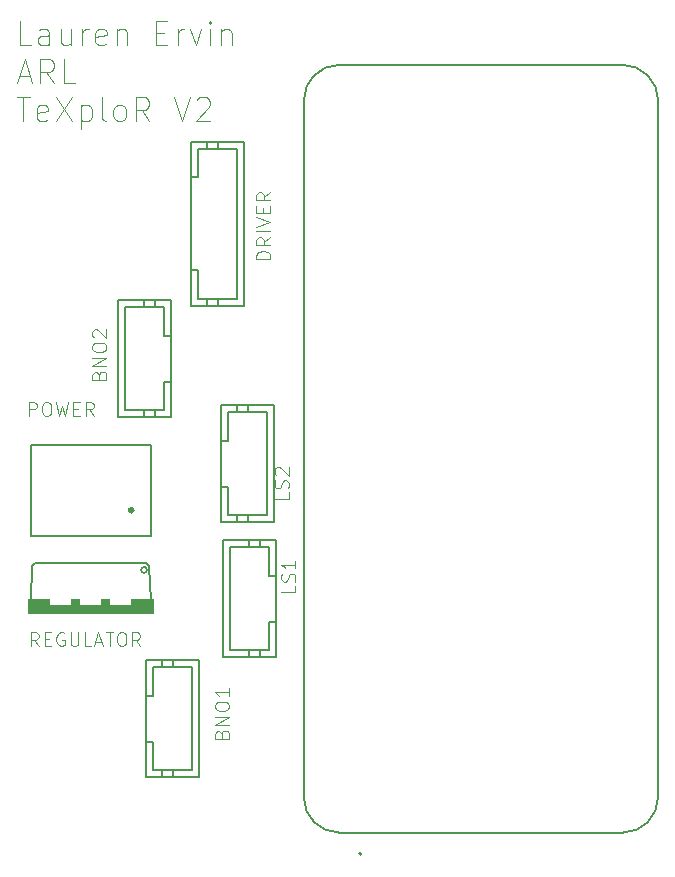
<source format=gbr>
%TF.GenerationSoftware,KiCad,Pcbnew,8.0.7*%
%TF.CreationDate,2025-04-14T16:04:07-05:00*%
%TF.ProjectId,TeXploRV2,54655870-6c6f-4525-9632-2e6b69636164,rev?*%
%TF.SameCoordinates,Original*%
%TF.FileFunction,Legend,Top*%
%TF.FilePolarity,Positive*%
%FSLAX46Y46*%
G04 Gerber Fmt 4.6, Leading zero omitted, Abs format (unit mm)*
G04 Created by KiCad (PCBNEW 8.0.7) date 2025-04-14 16:04:07*
%MOMM*%
%LPD*%
G01*
G04 APERTURE LIST*
%ADD10C,0.100000*%
%ADD11C,0.114300*%
%ADD12C,0.093472*%
%ADD13C,0.000000*%
%ADD14C,0.127000*%
%ADD15C,0.400000*%
%ADD16C,0.200000*%
G04 APERTURE END LIST*
D10*
X122494360Y-70810262D02*
X121541979Y-70810262D01*
X121541979Y-70810262D02*
X121541979Y-68810262D01*
X124018170Y-70810262D02*
X124018170Y-69762643D01*
X124018170Y-69762643D02*
X123922932Y-69572166D01*
X123922932Y-69572166D02*
X123732456Y-69476928D01*
X123732456Y-69476928D02*
X123351503Y-69476928D01*
X123351503Y-69476928D02*
X123161027Y-69572166D01*
X124018170Y-70715024D02*
X123827694Y-70810262D01*
X123827694Y-70810262D02*
X123351503Y-70810262D01*
X123351503Y-70810262D02*
X123161027Y-70715024D01*
X123161027Y-70715024D02*
X123065789Y-70524547D01*
X123065789Y-70524547D02*
X123065789Y-70334071D01*
X123065789Y-70334071D02*
X123161027Y-70143595D01*
X123161027Y-70143595D02*
X123351503Y-70048357D01*
X123351503Y-70048357D02*
X123827694Y-70048357D01*
X123827694Y-70048357D02*
X124018170Y-69953119D01*
X125827694Y-69476928D02*
X125827694Y-70810262D01*
X124970551Y-69476928D02*
X124970551Y-70524547D01*
X124970551Y-70524547D02*
X125065789Y-70715024D01*
X125065789Y-70715024D02*
X125256265Y-70810262D01*
X125256265Y-70810262D02*
X125541980Y-70810262D01*
X125541980Y-70810262D02*
X125732456Y-70715024D01*
X125732456Y-70715024D02*
X125827694Y-70619785D01*
X126780075Y-70810262D02*
X126780075Y-69476928D01*
X126780075Y-69857881D02*
X126875313Y-69667404D01*
X126875313Y-69667404D02*
X126970551Y-69572166D01*
X126970551Y-69572166D02*
X127161027Y-69476928D01*
X127161027Y-69476928D02*
X127351504Y-69476928D01*
X128780075Y-70715024D02*
X128589599Y-70810262D01*
X128589599Y-70810262D02*
X128208646Y-70810262D01*
X128208646Y-70810262D02*
X128018170Y-70715024D01*
X128018170Y-70715024D02*
X127922932Y-70524547D01*
X127922932Y-70524547D02*
X127922932Y-69762643D01*
X127922932Y-69762643D02*
X128018170Y-69572166D01*
X128018170Y-69572166D02*
X128208646Y-69476928D01*
X128208646Y-69476928D02*
X128589599Y-69476928D01*
X128589599Y-69476928D02*
X128780075Y-69572166D01*
X128780075Y-69572166D02*
X128875313Y-69762643D01*
X128875313Y-69762643D02*
X128875313Y-69953119D01*
X128875313Y-69953119D02*
X127922932Y-70143595D01*
X129732456Y-69476928D02*
X129732456Y-70810262D01*
X129732456Y-69667404D02*
X129827694Y-69572166D01*
X129827694Y-69572166D02*
X130018170Y-69476928D01*
X130018170Y-69476928D02*
X130303885Y-69476928D01*
X130303885Y-69476928D02*
X130494361Y-69572166D01*
X130494361Y-69572166D02*
X130589599Y-69762643D01*
X130589599Y-69762643D02*
X130589599Y-70810262D01*
X133065790Y-69762643D02*
X133732457Y-69762643D01*
X134018171Y-70810262D02*
X133065790Y-70810262D01*
X133065790Y-70810262D02*
X133065790Y-68810262D01*
X133065790Y-68810262D02*
X134018171Y-68810262D01*
X134875314Y-70810262D02*
X134875314Y-69476928D01*
X134875314Y-69857881D02*
X134970552Y-69667404D01*
X134970552Y-69667404D02*
X135065790Y-69572166D01*
X135065790Y-69572166D02*
X135256266Y-69476928D01*
X135256266Y-69476928D02*
X135446743Y-69476928D01*
X135922933Y-69476928D02*
X136399123Y-70810262D01*
X136399123Y-70810262D02*
X136875314Y-69476928D01*
X137637219Y-70810262D02*
X137637219Y-69476928D01*
X137637219Y-68810262D02*
X137541981Y-68905500D01*
X137541981Y-68905500D02*
X137637219Y-69000738D01*
X137637219Y-69000738D02*
X137732457Y-68905500D01*
X137732457Y-68905500D02*
X137637219Y-68810262D01*
X137637219Y-68810262D02*
X137637219Y-69000738D01*
X138589600Y-69476928D02*
X138589600Y-70810262D01*
X138589600Y-69667404D02*
X138684838Y-69572166D01*
X138684838Y-69572166D02*
X138875314Y-69476928D01*
X138875314Y-69476928D02*
X139161029Y-69476928D01*
X139161029Y-69476928D02*
X139351505Y-69572166D01*
X139351505Y-69572166D02*
X139446743Y-69762643D01*
X139446743Y-69762643D02*
X139446743Y-70810262D01*
X121446741Y-73458721D02*
X122399122Y-73458721D01*
X121256265Y-74030150D02*
X121922931Y-72030150D01*
X121922931Y-72030150D02*
X122589598Y-74030150D01*
X124399122Y-74030150D02*
X123732455Y-73077769D01*
X123256265Y-74030150D02*
X123256265Y-72030150D01*
X123256265Y-72030150D02*
X124018170Y-72030150D01*
X124018170Y-72030150D02*
X124208646Y-72125388D01*
X124208646Y-72125388D02*
X124303884Y-72220626D01*
X124303884Y-72220626D02*
X124399122Y-72411102D01*
X124399122Y-72411102D02*
X124399122Y-72696816D01*
X124399122Y-72696816D02*
X124303884Y-72887292D01*
X124303884Y-72887292D02*
X124208646Y-72982531D01*
X124208646Y-72982531D02*
X124018170Y-73077769D01*
X124018170Y-73077769D02*
X123256265Y-73077769D01*
X126208646Y-74030150D02*
X125256265Y-74030150D01*
X125256265Y-74030150D02*
X125256265Y-72030150D01*
X121256265Y-75250038D02*
X122399122Y-75250038D01*
X121827693Y-77250038D02*
X121827693Y-75250038D01*
X123827694Y-77154800D02*
X123637218Y-77250038D01*
X123637218Y-77250038D02*
X123256265Y-77250038D01*
X123256265Y-77250038D02*
X123065789Y-77154800D01*
X123065789Y-77154800D02*
X122970551Y-76964323D01*
X122970551Y-76964323D02*
X122970551Y-76202419D01*
X122970551Y-76202419D02*
X123065789Y-76011942D01*
X123065789Y-76011942D02*
X123256265Y-75916704D01*
X123256265Y-75916704D02*
X123637218Y-75916704D01*
X123637218Y-75916704D02*
X123827694Y-76011942D01*
X123827694Y-76011942D02*
X123922932Y-76202419D01*
X123922932Y-76202419D02*
X123922932Y-76392895D01*
X123922932Y-76392895D02*
X122970551Y-76583371D01*
X124589599Y-75250038D02*
X125922932Y-77250038D01*
X125922932Y-75250038D02*
X124589599Y-77250038D01*
X126684837Y-75916704D02*
X126684837Y-77916704D01*
X126684837Y-76011942D02*
X126875313Y-75916704D01*
X126875313Y-75916704D02*
X127256266Y-75916704D01*
X127256266Y-75916704D02*
X127446742Y-76011942D01*
X127446742Y-76011942D02*
X127541980Y-76107180D01*
X127541980Y-76107180D02*
X127637218Y-76297657D01*
X127637218Y-76297657D02*
X127637218Y-76869085D01*
X127637218Y-76869085D02*
X127541980Y-77059561D01*
X127541980Y-77059561D02*
X127446742Y-77154800D01*
X127446742Y-77154800D02*
X127256266Y-77250038D01*
X127256266Y-77250038D02*
X126875313Y-77250038D01*
X126875313Y-77250038D02*
X126684837Y-77154800D01*
X128780075Y-77250038D02*
X128589599Y-77154800D01*
X128589599Y-77154800D02*
X128494361Y-76964323D01*
X128494361Y-76964323D02*
X128494361Y-75250038D01*
X129827694Y-77250038D02*
X129637218Y-77154800D01*
X129637218Y-77154800D02*
X129541980Y-77059561D01*
X129541980Y-77059561D02*
X129446742Y-76869085D01*
X129446742Y-76869085D02*
X129446742Y-76297657D01*
X129446742Y-76297657D02*
X129541980Y-76107180D01*
X129541980Y-76107180D02*
X129637218Y-76011942D01*
X129637218Y-76011942D02*
X129827694Y-75916704D01*
X129827694Y-75916704D02*
X130113409Y-75916704D01*
X130113409Y-75916704D02*
X130303885Y-76011942D01*
X130303885Y-76011942D02*
X130399123Y-76107180D01*
X130399123Y-76107180D02*
X130494361Y-76297657D01*
X130494361Y-76297657D02*
X130494361Y-76869085D01*
X130494361Y-76869085D02*
X130399123Y-77059561D01*
X130399123Y-77059561D02*
X130303885Y-77154800D01*
X130303885Y-77154800D02*
X130113409Y-77250038D01*
X130113409Y-77250038D02*
X129827694Y-77250038D01*
X132494361Y-77250038D02*
X131827694Y-76297657D01*
X131351504Y-77250038D02*
X131351504Y-75250038D01*
X131351504Y-75250038D02*
X132113409Y-75250038D01*
X132113409Y-75250038D02*
X132303885Y-75345276D01*
X132303885Y-75345276D02*
X132399123Y-75440514D01*
X132399123Y-75440514D02*
X132494361Y-75630990D01*
X132494361Y-75630990D02*
X132494361Y-75916704D01*
X132494361Y-75916704D02*
X132399123Y-76107180D01*
X132399123Y-76107180D02*
X132303885Y-76202419D01*
X132303885Y-76202419D02*
X132113409Y-76297657D01*
X132113409Y-76297657D02*
X131351504Y-76297657D01*
X134589600Y-75250038D02*
X135256266Y-77250038D01*
X135256266Y-77250038D02*
X135922933Y-75250038D01*
X136494362Y-75440514D02*
X136589600Y-75345276D01*
X136589600Y-75345276D02*
X136780076Y-75250038D01*
X136780076Y-75250038D02*
X137256267Y-75250038D01*
X137256267Y-75250038D02*
X137446743Y-75345276D01*
X137446743Y-75345276D02*
X137541981Y-75440514D01*
X137541981Y-75440514D02*
X137637219Y-75630990D01*
X137637219Y-75630990D02*
X137637219Y-75821466D01*
X137637219Y-75821466D02*
X137541981Y-76107180D01*
X137541981Y-76107180D02*
X136399124Y-77250038D01*
X136399124Y-77250038D02*
X137637219Y-77250038D01*
D11*
X123119470Y-121704789D02*
X122734237Y-121154456D01*
X122459070Y-121704789D02*
X122459070Y-120549089D01*
X122459070Y-120549089D02*
X122899337Y-120549089D01*
X122899337Y-120549089D02*
X123009404Y-120604122D01*
X123009404Y-120604122D02*
X123064437Y-120659156D01*
X123064437Y-120659156D02*
X123119470Y-120769222D01*
X123119470Y-120769222D02*
X123119470Y-120934322D01*
X123119470Y-120934322D02*
X123064437Y-121044389D01*
X123064437Y-121044389D02*
X123009404Y-121099422D01*
X123009404Y-121099422D02*
X122899337Y-121154456D01*
X122899337Y-121154456D02*
X122459070Y-121154456D01*
X123614770Y-121099422D02*
X124000004Y-121099422D01*
X124165104Y-121704789D02*
X123614770Y-121704789D01*
X123614770Y-121704789D02*
X123614770Y-120549089D01*
X123614770Y-120549089D02*
X124165104Y-120549089D01*
X125265770Y-120604122D02*
X125155703Y-120549089D01*
X125155703Y-120549089D02*
X124990603Y-120549089D01*
X124990603Y-120549089D02*
X124825503Y-120604122D01*
X124825503Y-120604122D02*
X124715437Y-120714189D01*
X124715437Y-120714189D02*
X124660403Y-120824256D01*
X124660403Y-120824256D02*
X124605370Y-121044389D01*
X124605370Y-121044389D02*
X124605370Y-121209489D01*
X124605370Y-121209489D02*
X124660403Y-121429622D01*
X124660403Y-121429622D02*
X124715437Y-121539689D01*
X124715437Y-121539689D02*
X124825503Y-121649756D01*
X124825503Y-121649756D02*
X124990603Y-121704789D01*
X124990603Y-121704789D02*
X125100670Y-121704789D01*
X125100670Y-121704789D02*
X125265770Y-121649756D01*
X125265770Y-121649756D02*
X125320803Y-121594722D01*
X125320803Y-121594722D02*
X125320803Y-121209489D01*
X125320803Y-121209489D02*
X125100670Y-121209489D01*
X125816103Y-120549089D02*
X125816103Y-121484656D01*
X125816103Y-121484656D02*
X125871137Y-121594722D01*
X125871137Y-121594722D02*
X125926170Y-121649756D01*
X125926170Y-121649756D02*
X126036237Y-121704789D01*
X126036237Y-121704789D02*
X126256370Y-121704789D01*
X126256370Y-121704789D02*
X126366437Y-121649756D01*
X126366437Y-121649756D02*
X126421470Y-121594722D01*
X126421470Y-121594722D02*
X126476503Y-121484656D01*
X126476503Y-121484656D02*
X126476503Y-120549089D01*
X127577170Y-121704789D02*
X127026836Y-121704789D01*
X127026836Y-121704789D02*
X127026836Y-120549089D01*
X127907370Y-121374589D02*
X128457703Y-121374589D01*
X127797303Y-121704789D02*
X128182537Y-120549089D01*
X128182537Y-120549089D02*
X128567770Y-121704789D01*
X128787903Y-120549089D02*
X129448303Y-120549089D01*
X129118103Y-121704789D02*
X129118103Y-120549089D01*
X130053670Y-120549089D02*
X130273803Y-120549089D01*
X130273803Y-120549089D02*
X130383870Y-120604122D01*
X130383870Y-120604122D02*
X130493936Y-120714189D01*
X130493936Y-120714189D02*
X130548970Y-120934322D01*
X130548970Y-120934322D02*
X130548970Y-121319556D01*
X130548970Y-121319556D02*
X130493936Y-121539689D01*
X130493936Y-121539689D02*
X130383870Y-121649756D01*
X130383870Y-121649756D02*
X130273803Y-121704789D01*
X130273803Y-121704789D02*
X130053670Y-121704789D01*
X130053670Y-121704789D02*
X129943603Y-121649756D01*
X129943603Y-121649756D02*
X129833536Y-121539689D01*
X129833536Y-121539689D02*
X129778503Y-121319556D01*
X129778503Y-121319556D02*
X129778503Y-120934322D01*
X129778503Y-120934322D02*
X129833536Y-120714189D01*
X129833536Y-120714189D02*
X129943603Y-120604122D01*
X129943603Y-120604122D02*
X130053670Y-120549089D01*
X131704669Y-121704789D02*
X131319436Y-121154456D01*
X131044269Y-121704789D02*
X131044269Y-120549089D01*
X131044269Y-120549089D02*
X131484536Y-120549089D01*
X131484536Y-120549089D02*
X131594603Y-120604122D01*
X131594603Y-120604122D02*
X131649636Y-120659156D01*
X131649636Y-120659156D02*
X131704669Y-120769222D01*
X131704669Y-120769222D02*
X131704669Y-120934322D01*
X131704669Y-120934322D02*
X131649636Y-121044389D01*
X131649636Y-121044389D02*
X131594603Y-121099422D01*
X131594603Y-121099422D02*
X131484536Y-121154456D01*
X131484536Y-121154456D02*
X131044269Y-121154456D01*
D12*
X122282780Y-102227692D02*
X122282780Y-101051164D01*
X122282780Y-101051164D02*
X122730981Y-101051164D01*
X122730981Y-101051164D02*
X122843032Y-101107189D01*
X122843032Y-101107189D02*
X122899057Y-101163214D01*
X122899057Y-101163214D02*
X122955082Y-101275264D01*
X122955082Y-101275264D02*
X122955082Y-101443340D01*
X122955082Y-101443340D02*
X122899057Y-101555390D01*
X122899057Y-101555390D02*
X122843032Y-101611415D01*
X122843032Y-101611415D02*
X122730981Y-101667440D01*
X122730981Y-101667440D02*
X122282780Y-101667440D01*
X123683409Y-101051164D02*
X123907509Y-101051164D01*
X123907509Y-101051164D02*
X124019560Y-101107189D01*
X124019560Y-101107189D02*
X124131610Y-101219239D01*
X124131610Y-101219239D02*
X124187635Y-101443340D01*
X124187635Y-101443340D02*
X124187635Y-101835516D01*
X124187635Y-101835516D02*
X124131610Y-102059616D01*
X124131610Y-102059616D02*
X124019560Y-102171667D01*
X124019560Y-102171667D02*
X123907509Y-102227692D01*
X123907509Y-102227692D02*
X123683409Y-102227692D01*
X123683409Y-102227692D02*
X123571359Y-102171667D01*
X123571359Y-102171667D02*
X123459308Y-102059616D01*
X123459308Y-102059616D02*
X123403283Y-101835516D01*
X123403283Y-101835516D02*
X123403283Y-101443340D01*
X123403283Y-101443340D02*
X123459308Y-101219239D01*
X123459308Y-101219239D02*
X123571359Y-101107189D01*
X123571359Y-101107189D02*
X123683409Y-101051164D01*
X124579811Y-101051164D02*
X124859937Y-102227692D01*
X124859937Y-102227692D02*
X125084037Y-101387315D01*
X125084037Y-101387315D02*
X125308138Y-102227692D01*
X125308138Y-102227692D02*
X125588264Y-101051164D01*
X126036464Y-101611415D02*
X126428640Y-101611415D01*
X126596716Y-102227692D02*
X126036464Y-102227692D01*
X126036464Y-102227692D02*
X126036464Y-101051164D01*
X126036464Y-101051164D02*
X126596716Y-101051164D01*
X127773244Y-102227692D02*
X127381068Y-101667440D01*
X127100942Y-102227692D02*
X127100942Y-101051164D01*
X127100942Y-101051164D02*
X127549143Y-101051164D01*
X127549143Y-101051164D02*
X127661194Y-101107189D01*
X127661194Y-101107189D02*
X127717219Y-101163214D01*
X127717219Y-101163214D02*
X127773244Y-101275264D01*
X127773244Y-101275264D02*
X127773244Y-101443340D01*
X127773244Y-101443340D02*
X127717219Y-101555390D01*
X127717219Y-101555390D02*
X127661194Y-101611415D01*
X127661194Y-101611415D02*
X127549143Y-101667440D01*
X127549143Y-101667440D02*
X127100942Y-101667440D01*
X138611415Y-129151329D02*
X138667440Y-128983253D01*
X138667440Y-128983253D02*
X138723465Y-128927228D01*
X138723465Y-128927228D02*
X138835516Y-128871203D01*
X138835516Y-128871203D02*
X139003591Y-128871203D01*
X139003591Y-128871203D02*
X139115641Y-128927228D01*
X139115641Y-128927228D02*
X139171667Y-128983253D01*
X139171667Y-128983253D02*
X139227692Y-129095304D01*
X139227692Y-129095304D02*
X139227692Y-129543505D01*
X139227692Y-129543505D02*
X138051164Y-129543505D01*
X138051164Y-129543505D02*
X138051164Y-129151329D01*
X138051164Y-129151329D02*
X138107189Y-129039279D01*
X138107189Y-129039279D02*
X138163214Y-128983253D01*
X138163214Y-128983253D02*
X138275264Y-128927228D01*
X138275264Y-128927228D02*
X138387315Y-128927228D01*
X138387315Y-128927228D02*
X138499365Y-128983253D01*
X138499365Y-128983253D02*
X138555390Y-129039279D01*
X138555390Y-129039279D02*
X138611415Y-129151329D01*
X138611415Y-129151329D02*
X138611415Y-129543505D01*
X139227692Y-128366977D02*
X138051164Y-128366977D01*
X138051164Y-128366977D02*
X139227692Y-127694675D01*
X139227692Y-127694675D02*
X138051164Y-127694675D01*
X138051164Y-126910323D02*
X138051164Y-126686223D01*
X138051164Y-126686223D02*
X138107189Y-126574172D01*
X138107189Y-126574172D02*
X138219239Y-126462122D01*
X138219239Y-126462122D02*
X138443340Y-126406097D01*
X138443340Y-126406097D02*
X138835516Y-126406097D01*
X138835516Y-126406097D02*
X139059616Y-126462122D01*
X139059616Y-126462122D02*
X139171667Y-126574172D01*
X139171667Y-126574172D02*
X139227692Y-126686223D01*
X139227692Y-126686223D02*
X139227692Y-126910323D01*
X139227692Y-126910323D02*
X139171667Y-127022374D01*
X139171667Y-127022374D02*
X139059616Y-127134424D01*
X139059616Y-127134424D02*
X138835516Y-127190449D01*
X138835516Y-127190449D02*
X138443340Y-127190449D01*
X138443340Y-127190449D02*
X138219239Y-127134424D01*
X138219239Y-127134424D02*
X138107189Y-127022374D01*
X138107189Y-127022374D02*
X138051164Y-126910323D01*
X139227692Y-125285594D02*
X139227692Y-125957896D01*
X139227692Y-125621745D02*
X138051164Y-125621745D01*
X138051164Y-125621745D02*
X138219239Y-125733795D01*
X138219239Y-125733795D02*
X138331289Y-125845846D01*
X138331289Y-125845846D02*
X138387315Y-125957896D01*
X128234878Y-98766204D02*
X128290903Y-98598128D01*
X128290903Y-98598128D02*
X128346928Y-98542103D01*
X128346928Y-98542103D02*
X128458979Y-98486078D01*
X128458979Y-98486078D02*
X128627054Y-98486078D01*
X128627054Y-98486078D02*
X128739104Y-98542103D01*
X128739104Y-98542103D02*
X128795130Y-98598128D01*
X128795130Y-98598128D02*
X128851155Y-98710179D01*
X128851155Y-98710179D02*
X128851155Y-99158380D01*
X128851155Y-99158380D02*
X127674627Y-99158380D01*
X127674627Y-99158380D02*
X127674627Y-98766204D01*
X127674627Y-98766204D02*
X127730652Y-98654154D01*
X127730652Y-98654154D02*
X127786677Y-98598128D01*
X127786677Y-98598128D02*
X127898727Y-98542103D01*
X127898727Y-98542103D02*
X128010778Y-98542103D01*
X128010778Y-98542103D02*
X128122828Y-98598128D01*
X128122828Y-98598128D02*
X128178853Y-98654154D01*
X128178853Y-98654154D02*
X128234878Y-98766204D01*
X128234878Y-98766204D02*
X128234878Y-99158380D01*
X128851155Y-97981852D02*
X127674627Y-97981852D01*
X127674627Y-97981852D02*
X128851155Y-97309550D01*
X128851155Y-97309550D02*
X127674627Y-97309550D01*
X127674627Y-96525198D02*
X127674627Y-96301098D01*
X127674627Y-96301098D02*
X127730652Y-96189047D01*
X127730652Y-96189047D02*
X127842702Y-96076997D01*
X127842702Y-96076997D02*
X128066803Y-96020972D01*
X128066803Y-96020972D02*
X128458979Y-96020972D01*
X128458979Y-96020972D02*
X128683079Y-96076997D01*
X128683079Y-96076997D02*
X128795130Y-96189047D01*
X128795130Y-96189047D02*
X128851155Y-96301098D01*
X128851155Y-96301098D02*
X128851155Y-96525198D01*
X128851155Y-96525198D02*
X128795130Y-96637249D01*
X128795130Y-96637249D02*
X128683079Y-96749299D01*
X128683079Y-96749299D02*
X128458979Y-96805324D01*
X128458979Y-96805324D02*
X128066803Y-96805324D01*
X128066803Y-96805324D02*
X127842702Y-96749299D01*
X127842702Y-96749299D02*
X127730652Y-96637249D01*
X127730652Y-96637249D02*
X127674627Y-96525198D01*
X127786677Y-95572771D02*
X127730652Y-95516746D01*
X127730652Y-95516746D02*
X127674627Y-95404696D01*
X127674627Y-95404696D02*
X127674627Y-95124570D01*
X127674627Y-95124570D02*
X127730652Y-95012520D01*
X127730652Y-95012520D02*
X127786677Y-94956494D01*
X127786677Y-94956494D02*
X127898727Y-94900469D01*
X127898727Y-94900469D02*
X128010778Y-94900469D01*
X128010778Y-94900469D02*
X128178853Y-94956494D01*
X128178853Y-94956494D02*
X128851155Y-95628796D01*
X128851155Y-95628796D02*
X128851155Y-94900469D01*
X142727692Y-88944134D02*
X141551164Y-88944134D01*
X141551164Y-88944134D02*
X141551164Y-88664008D01*
X141551164Y-88664008D02*
X141607189Y-88495933D01*
X141607189Y-88495933D02*
X141719239Y-88383882D01*
X141719239Y-88383882D02*
X141831289Y-88327857D01*
X141831289Y-88327857D02*
X142055390Y-88271832D01*
X142055390Y-88271832D02*
X142223465Y-88271832D01*
X142223465Y-88271832D02*
X142447566Y-88327857D01*
X142447566Y-88327857D02*
X142559616Y-88383882D01*
X142559616Y-88383882D02*
X142671667Y-88495933D01*
X142671667Y-88495933D02*
X142727692Y-88664008D01*
X142727692Y-88664008D02*
X142727692Y-88944134D01*
X142727692Y-87095304D02*
X142167440Y-87487480D01*
X142727692Y-87767606D02*
X141551164Y-87767606D01*
X141551164Y-87767606D02*
X141551164Y-87319405D01*
X141551164Y-87319405D02*
X141607189Y-87207354D01*
X141607189Y-87207354D02*
X141663214Y-87151329D01*
X141663214Y-87151329D02*
X141775264Y-87095304D01*
X141775264Y-87095304D02*
X141943340Y-87095304D01*
X141943340Y-87095304D02*
X142055390Y-87151329D01*
X142055390Y-87151329D02*
X142111415Y-87207354D01*
X142111415Y-87207354D02*
X142167440Y-87319405D01*
X142167440Y-87319405D02*
X142167440Y-87767606D01*
X142727692Y-86591078D02*
X141551164Y-86591078D01*
X141551164Y-86198902D02*
X142727692Y-85806726D01*
X142727692Y-85806726D02*
X141551164Y-85414550D01*
X142111415Y-85022374D02*
X142111415Y-84630198D01*
X142727692Y-84462122D02*
X142727692Y-85022374D01*
X142727692Y-85022374D02*
X141551164Y-85022374D01*
X141551164Y-85022374D02*
X141551164Y-84462122D01*
X142727692Y-83285594D02*
X142167440Y-83677770D01*
X142727692Y-83957896D02*
X141551164Y-83957896D01*
X141551164Y-83957896D02*
X141551164Y-83509695D01*
X141551164Y-83509695D02*
X141607189Y-83397644D01*
X141607189Y-83397644D02*
X141663214Y-83341619D01*
X141663214Y-83341619D02*
X141775264Y-83285594D01*
X141775264Y-83285594D02*
X141943340Y-83285594D01*
X141943340Y-83285594D02*
X142055390Y-83341619D01*
X142055390Y-83341619D02*
X142111415Y-83397644D01*
X142111415Y-83397644D02*
X142167440Y-83509695D01*
X142167440Y-83509695D02*
X142167440Y-83957896D01*
X144851155Y-116598128D02*
X144851155Y-117158380D01*
X144851155Y-117158380D02*
X143674627Y-117158380D01*
X144795130Y-116261978D02*
X144851155Y-116093903D01*
X144851155Y-116093903D02*
X144851155Y-115813777D01*
X144851155Y-115813777D02*
X144795130Y-115701727D01*
X144795130Y-115701727D02*
X144739104Y-115645701D01*
X144739104Y-115645701D02*
X144627054Y-115589676D01*
X144627054Y-115589676D02*
X144515004Y-115589676D01*
X144515004Y-115589676D02*
X144402954Y-115645701D01*
X144402954Y-115645701D02*
X144346928Y-115701727D01*
X144346928Y-115701727D02*
X144290903Y-115813777D01*
X144290903Y-115813777D02*
X144234878Y-116037877D01*
X144234878Y-116037877D02*
X144178853Y-116149928D01*
X144178853Y-116149928D02*
X144122828Y-116205953D01*
X144122828Y-116205953D02*
X144010778Y-116261978D01*
X144010778Y-116261978D02*
X143898727Y-116261978D01*
X143898727Y-116261978D02*
X143786677Y-116205953D01*
X143786677Y-116205953D02*
X143730652Y-116149928D01*
X143730652Y-116149928D02*
X143674627Y-116037877D01*
X143674627Y-116037877D02*
X143674627Y-115757752D01*
X143674627Y-115757752D02*
X143730652Y-115589676D01*
X144851155Y-114469173D02*
X144851155Y-115141475D01*
X144851155Y-114805324D02*
X143674627Y-114805324D01*
X143674627Y-114805324D02*
X143842702Y-114917374D01*
X143842702Y-114917374D02*
X143954752Y-115029425D01*
X143954752Y-115029425D02*
X144010778Y-115141475D01*
X144273792Y-108688149D02*
X144273792Y-109248401D01*
X144273792Y-109248401D02*
X143097264Y-109248401D01*
X144217767Y-108351999D02*
X144273792Y-108183924D01*
X144273792Y-108183924D02*
X144273792Y-107903798D01*
X144273792Y-107903798D02*
X144217767Y-107791748D01*
X144217767Y-107791748D02*
X144161741Y-107735722D01*
X144161741Y-107735722D02*
X144049691Y-107679697D01*
X144049691Y-107679697D02*
X143937641Y-107679697D01*
X143937641Y-107679697D02*
X143825591Y-107735722D01*
X143825591Y-107735722D02*
X143769565Y-107791748D01*
X143769565Y-107791748D02*
X143713540Y-107903798D01*
X143713540Y-107903798D02*
X143657515Y-108127898D01*
X143657515Y-108127898D02*
X143601490Y-108239949D01*
X143601490Y-108239949D02*
X143545465Y-108295974D01*
X143545465Y-108295974D02*
X143433415Y-108351999D01*
X143433415Y-108351999D02*
X143321364Y-108351999D01*
X143321364Y-108351999D02*
X143209314Y-108295974D01*
X143209314Y-108295974D02*
X143153289Y-108239949D01*
X143153289Y-108239949D02*
X143097264Y-108127898D01*
X143097264Y-108127898D02*
X143097264Y-107847773D01*
X143097264Y-107847773D02*
X143153289Y-107679697D01*
X143209314Y-107231496D02*
X143153289Y-107175471D01*
X143153289Y-107175471D02*
X143097264Y-107063421D01*
X143097264Y-107063421D02*
X143097264Y-106783295D01*
X143097264Y-106783295D02*
X143153289Y-106671245D01*
X143153289Y-106671245D02*
X143209314Y-106615219D01*
X143209314Y-106615219D02*
X143321364Y-106559194D01*
X143321364Y-106559194D02*
X143433415Y-106559194D01*
X143433415Y-106559194D02*
X143601490Y-106615219D01*
X143601490Y-106615219D02*
X144273792Y-107287521D01*
X144273792Y-107287521D02*
X144273792Y-106559194D01*
D13*
%TO.C,REGULATOR*%
G36*
X124117100Y-118211600D02*
G01*
X122212100Y-118211600D01*
X122212100Y-117703600D01*
X124117100Y-117703600D01*
X124117100Y-118211600D01*
G37*
G36*
X126657100Y-118211600D02*
G01*
X125895100Y-118211600D01*
X125895100Y-117703600D01*
X126657100Y-117703600D01*
X126657100Y-118211600D01*
G37*
G36*
X129197100Y-118211600D02*
G01*
X128435100Y-118211600D01*
X128435100Y-117703600D01*
X129197100Y-117703600D01*
X129197100Y-118211600D01*
G37*
G36*
X132880100Y-118211600D02*
G01*
X130975100Y-118211600D01*
X130975100Y-117703600D01*
X132880100Y-117703600D01*
X132880100Y-118211600D01*
G37*
G36*
X132880100Y-118973600D02*
G01*
X122212100Y-118973600D01*
X122212100Y-118211600D01*
X132880100Y-118211600D01*
X132880100Y-118973600D01*
G37*
D14*
X132295900Y-115265200D02*
G75*
G02*
X131787900Y-115265200I-254000J0D01*
G01*
X131787900Y-115265200D02*
G75*
G02*
X132295900Y-115265200I254000J0D01*
G01*
X132499100Y-114909600D02*
X132626100Y-117830600D01*
X132499100Y-114909600D02*
X132245100Y-114655600D01*
X122847100Y-114655600D02*
X132245100Y-114655600D01*
X122847100Y-114655600D02*
X122593100Y-114909600D01*
X122466100Y-117830600D02*
X122593100Y-114909600D01*
D15*
%TO.C,POWER*%
X131046100Y-110213600D02*
G75*
G02*
X130846100Y-110213600I-100000J0D01*
G01*
X130846100Y-110213600D02*
G75*
G02*
X131046100Y-110213600I100000J0D01*
G01*
D16*
X132646100Y-104713600D02*
X132646100Y-112413600D01*
X122446100Y-104713600D02*
X132646100Y-104713600D01*
X122446100Y-112413600D02*
X122446100Y-104713600D01*
X132646100Y-112413600D02*
X122446100Y-112413600D01*
%TO.C,U1*%
X150436100Y-139293600D02*
G75*
G02*
X150236100Y-139293600I-100000J0D01*
G01*
X150236100Y-139293600D02*
G75*
G02*
X150436100Y-139293600I100000J0D01*
G01*
D14*
X175566100Y-88003600D02*
X175566100Y-79653600D01*
X175566100Y-100603600D02*
X175566100Y-92253600D01*
X148566100Y-137503600D02*
X172566100Y-137503600D01*
X148566100Y-137503600D02*
G75*
G02*
X145566100Y-134503600I0J3000000D01*
G01*
X145566100Y-75503600D02*
X145566100Y-134503600D01*
X145566100Y-75503600D02*
G75*
G02*
X148566100Y-72503600I3000000J0D01*
G01*
X172566100Y-72503600D02*
X148566100Y-72503600D01*
X172566100Y-72503600D02*
G75*
G02*
X175566100Y-75503600I0J-3000000D01*
G01*
X175566100Y-134503600D02*
X175566100Y-75503600D01*
X175566100Y-134503600D02*
G75*
G02*
X172566100Y-137503600I-3000000J0D01*
G01*
%TO.C,BNO1*%
X132796100Y-129813600D02*
X132796100Y-132213600D01*
X132796100Y-129813600D02*
X132196100Y-129813600D01*
X132796100Y-125913600D02*
X132196100Y-125913600D01*
X133596100Y-132213600D02*
X133596100Y-132813600D01*
X134496100Y-132213600D02*
X134496100Y-132813600D01*
X134496100Y-122913600D02*
X134496100Y-123513600D01*
X133596100Y-122913600D02*
X133596100Y-123513600D01*
X133596100Y-132213600D02*
X132796100Y-132213600D01*
X134496100Y-132213600D02*
X133596100Y-132213600D01*
X136096100Y-132213600D02*
X134496100Y-132213600D01*
X132796100Y-123513600D02*
X132796100Y-125913600D01*
X133596100Y-123513600D02*
X132796100Y-123513600D01*
X134496100Y-123513600D02*
X133596100Y-123513600D01*
X136096100Y-123513600D02*
X134496100Y-123513600D01*
X136096100Y-123513600D02*
X136096100Y-132213600D01*
X133596100Y-122913600D02*
X132196100Y-122913600D01*
X134496100Y-122913600D02*
X133596100Y-122913600D01*
X136696100Y-122913600D02*
X134496100Y-122913600D01*
X133596100Y-132813600D02*
X132196100Y-132813600D01*
X134496100Y-132813600D02*
X133596100Y-132813600D01*
X136696100Y-132813600D02*
X134496100Y-132813600D01*
X136696100Y-122913600D02*
X136696100Y-132813600D01*
X132196100Y-129813600D02*
X132196100Y-132813600D01*
X132196100Y-125913600D02*
X132196100Y-129813600D01*
X132196100Y-122913600D02*
X132196100Y-125913600D01*
%TO.C,BNO2*%
X133726100Y-95433600D02*
X133726100Y-93033600D01*
X133726100Y-95433600D02*
X134326100Y-95433600D01*
X133726100Y-99333600D02*
X134326100Y-99333600D01*
X132926100Y-93033600D02*
X132926100Y-92433600D01*
X132026100Y-93033600D02*
X132026100Y-92433600D01*
X132026100Y-102333600D02*
X132026100Y-101733600D01*
X132926100Y-102333600D02*
X132926100Y-101733600D01*
X132926100Y-93033600D02*
X133726100Y-93033600D01*
X132026100Y-93033600D02*
X132926100Y-93033600D01*
X130426100Y-93033600D02*
X132026100Y-93033600D01*
X133726100Y-101733600D02*
X133726100Y-99333600D01*
X132926100Y-101733600D02*
X133726100Y-101733600D01*
X132026100Y-101733600D02*
X132926100Y-101733600D01*
X130426100Y-101733600D02*
X132026100Y-101733600D01*
X130426100Y-101733600D02*
X130426100Y-93033600D01*
X132926100Y-102333600D02*
X134326100Y-102333600D01*
X132026100Y-102333600D02*
X132926100Y-102333600D01*
X129826100Y-102333600D02*
X132026100Y-102333600D01*
X132926100Y-92433600D02*
X134326100Y-92433600D01*
X132026100Y-92433600D02*
X132926100Y-92433600D01*
X129826100Y-92433600D02*
X132026100Y-92433600D01*
X129826100Y-102333600D02*
X129826100Y-92433600D01*
X134326100Y-95433600D02*
X134326100Y-92433600D01*
X134326100Y-99333600D02*
X134326100Y-95433600D01*
X134326100Y-102333600D02*
X134326100Y-99333600D01*
%TO.C,DRIVER*%
X136006100Y-79003600D02*
X136006100Y-82003600D01*
X136006100Y-82003600D02*
X136006100Y-89903600D01*
X136006100Y-89903600D02*
X136006100Y-92903600D01*
X140506100Y-79003600D02*
X140506100Y-92903600D01*
X140506100Y-92903600D02*
X138306100Y-92903600D01*
X138306100Y-92903600D02*
X137406100Y-92903600D01*
X137406100Y-92903600D02*
X136006100Y-92903600D01*
X140506100Y-79003600D02*
X138306100Y-79003600D01*
X138306100Y-79003600D02*
X137406100Y-79003600D01*
X137406100Y-79003600D02*
X136006100Y-79003600D01*
X139906100Y-79603600D02*
X139906100Y-92303600D01*
X139906100Y-79603600D02*
X138306100Y-79603600D01*
X138306100Y-79603600D02*
X137406100Y-79603600D01*
X137406100Y-79603600D02*
X136606100Y-79603600D01*
X136606100Y-79603600D02*
X136606100Y-82003600D01*
X139906100Y-92303600D02*
X138306100Y-92303600D01*
X138306100Y-92303600D02*
X137406100Y-92303600D01*
X137406100Y-92303600D02*
X136606100Y-92303600D01*
X137406100Y-79003600D02*
X137406100Y-79603600D01*
X138306100Y-79003600D02*
X138306100Y-79603600D01*
X138306100Y-92303600D02*
X138306100Y-92903600D01*
X137406100Y-92303600D02*
X137406100Y-92903600D01*
X136606100Y-82003600D02*
X136006100Y-82003600D01*
X136606100Y-89903600D02*
X136006100Y-89903600D01*
X136606100Y-89903600D02*
X136606100Y-92303600D01*
%TO.C,LS1*%
X142616100Y-115753600D02*
X142616100Y-113353600D01*
X142616100Y-115753600D02*
X143216100Y-115753600D01*
X142616100Y-119653600D02*
X143216100Y-119653600D01*
X141816100Y-113353600D02*
X141816100Y-112753600D01*
X140916100Y-113353600D02*
X140916100Y-112753600D01*
X140916100Y-122653600D02*
X140916100Y-122053600D01*
X141816100Y-122653600D02*
X141816100Y-122053600D01*
X141816100Y-113353600D02*
X142616100Y-113353600D01*
X140916100Y-113353600D02*
X141816100Y-113353600D01*
X139316100Y-113353600D02*
X140916100Y-113353600D01*
X142616100Y-122053600D02*
X142616100Y-119653600D01*
X141816100Y-122053600D02*
X142616100Y-122053600D01*
X140916100Y-122053600D02*
X141816100Y-122053600D01*
X139316100Y-122053600D02*
X140916100Y-122053600D01*
X139316100Y-122053600D02*
X139316100Y-113353600D01*
X141816100Y-122653600D02*
X143216100Y-122653600D01*
X140916100Y-122653600D02*
X141816100Y-122653600D01*
X138716100Y-122653600D02*
X140916100Y-122653600D01*
X141816100Y-112753600D02*
X143216100Y-112753600D01*
X140916100Y-112753600D02*
X141816100Y-112753600D01*
X138716100Y-112753600D02*
X140916100Y-112753600D01*
X138716100Y-122653600D02*
X138716100Y-112753600D01*
X143216100Y-115753600D02*
X143216100Y-112753600D01*
X143216100Y-119653600D02*
X143216100Y-115753600D01*
X143216100Y-122653600D02*
X143216100Y-119653600D01*
%TO.C,LS2*%
X139146100Y-108223600D02*
X139146100Y-110623600D01*
X139146100Y-108223600D02*
X138546100Y-108223600D01*
X139146100Y-104323600D02*
X138546100Y-104323600D01*
X139946100Y-110623600D02*
X139946100Y-111223600D01*
X140846100Y-110623600D02*
X140846100Y-111223600D01*
X140846100Y-101323600D02*
X140846100Y-101923600D01*
X139946100Y-101323600D02*
X139946100Y-101923600D01*
X139946100Y-110623600D02*
X139146100Y-110623600D01*
X140846100Y-110623600D02*
X139946100Y-110623600D01*
X142446100Y-110623600D02*
X140846100Y-110623600D01*
X139146100Y-101923600D02*
X139146100Y-104323600D01*
X139946100Y-101923600D02*
X139146100Y-101923600D01*
X140846100Y-101923600D02*
X139946100Y-101923600D01*
X142446100Y-101923600D02*
X140846100Y-101923600D01*
X142446100Y-101923600D02*
X142446100Y-110623600D01*
X139946100Y-101323600D02*
X138546100Y-101323600D01*
X140846100Y-101323600D02*
X139946100Y-101323600D01*
X143046100Y-101323600D02*
X140846100Y-101323600D01*
X139946100Y-111223600D02*
X138546100Y-111223600D01*
X140846100Y-111223600D02*
X139946100Y-111223600D01*
X143046100Y-111223600D02*
X140846100Y-111223600D01*
X143046100Y-101323600D02*
X143046100Y-111223600D01*
X138546100Y-108223600D02*
X138546100Y-111223600D01*
X138546100Y-104323600D02*
X138546100Y-108223600D01*
X138546100Y-101323600D02*
X138546100Y-104323600D01*
%TD*%
M02*

</source>
